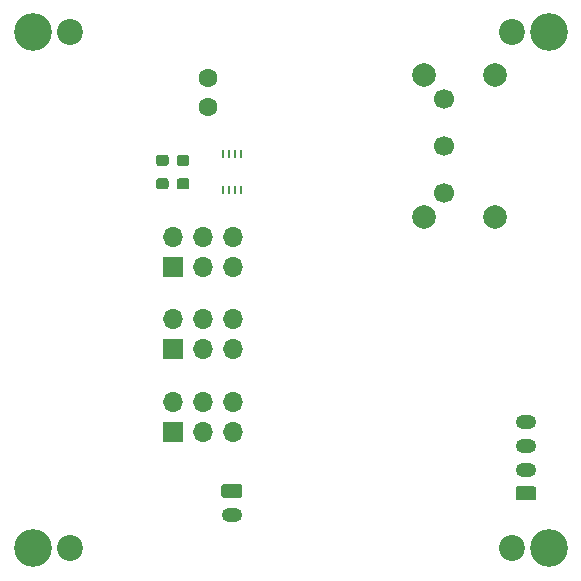
<source format=gbr>
G04 #@! TF.GenerationSoftware,KiCad,Pcbnew,5.1.5+dfsg1-2build2*
G04 #@! TF.CreationDate,2021-06-08T03:42:44+09:00*
G04 #@! TF.ProjectId,m5-pantilt,6d352d70-616e-4746-996c-742e6b696361,1*
G04 #@! TF.SameCoordinates,Original*
G04 #@! TF.FileFunction,Copper,L1,Top*
G04 #@! TF.FilePolarity,Positive*
%FSLAX46Y46*%
G04 Gerber Fmt 4.6, Leading zero omitted, Abs format (unit mm)*
G04 Created by KiCad (PCBNEW 5.1.5+dfsg1-2build2) date 2021-06-08 03:42:44*
%MOMM*%
%LPD*%
G04 APERTURE LIST*
%ADD10C,0.100000*%
%ADD11O,1.750000X1.200000*%
%ADD12R,1.700000X1.700000*%
%ADD13O,1.700000X1.700000*%
%ADD14C,1.600000*%
%ADD15C,1.700000*%
%ADD16C,2.000000*%
%ADD17R,0.254000X0.800100*%
%ADD18C,2.200000*%
%ADD19C,3.200000*%
G04 APERTURE END LIST*
G04 #@! TA.AperFunction,ComponentPad*
D10*
G36*
X145549505Y-91601204D02*
G01*
X145573773Y-91604804D01*
X145597572Y-91610765D01*
X145620671Y-91619030D01*
X145642850Y-91629520D01*
X145663893Y-91642132D01*
X145683599Y-91656747D01*
X145701777Y-91673223D01*
X145718253Y-91691401D01*
X145732868Y-91711107D01*
X145745480Y-91732150D01*
X145755970Y-91754329D01*
X145764235Y-91777428D01*
X145770196Y-91801227D01*
X145773796Y-91825495D01*
X145775000Y-91849999D01*
X145775000Y-92550001D01*
X145773796Y-92574505D01*
X145770196Y-92598773D01*
X145764235Y-92622572D01*
X145755970Y-92645671D01*
X145745480Y-92667850D01*
X145732868Y-92688893D01*
X145718253Y-92708599D01*
X145701777Y-92726777D01*
X145683599Y-92743253D01*
X145663893Y-92757868D01*
X145642850Y-92770480D01*
X145620671Y-92780970D01*
X145597572Y-92789235D01*
X145573773Y-92795196D01*
X145549505Y-92798796D01*
X145525001Y-92800000D01*
X144274999Y-92800000D01*
X144250495Y-92798796D01*
X144226227Y-92795196D01*
X144202428Y-92789235D01*
X144179329Y-92780970D01*
X144157150Y-92770480D01*
X144136107Y-92757868D01*
X144116401Y-92743253D01*
X144098223Y-92726777D01*
X144081747Y-92708599D01*
X144067132Y-92688893D01*
X144054520Y-92667850D01*
X144044030Y-92645671D01*
X144035765Y-92622572D01*
X144029804Y-92598773D01*
X144026204Y-92574505D01*
X144025000Y-92550001D01*
X144025000Y-91849999D01*
X144026204Y-91825495D01*
X144029804Y-91801227D01*
X144035765Y-91777428D01*
X144044030Y-91754329D01*
X144054520Y-91732150D01*
X144067132Y-91711107D01*
X144081747Y-91691401D01*
X144098223Y-91673223D01*
X144116401Y-91656747D01*
X144136107Y-91642132D01*
X144157150Y-91629520D01*
X144179329Y-91619030D01*
X144202428Y-91610765D01*
X144226227Y-91604804D01*
X144250495Y-91601204D01*
X144274999Y-91600000D01*
X145525001Y-91600000D01*
X145549505Y-91601204D01*
G37*
G04 #@! TD.AperFunction*
D11*
X144900000Y-90200000D03*
X144900000Y-88200000D03*
X144900000Y-86200000D03*
D12*
X115000000Y-80000000D03*
D13*
X115000000Y-77460000D03*
X117540000Y-80000000D03*
X117540000Y-77460000D03*
X120080000Y-80000000D03*
X120080000Y-77460000D03*
G04 #@! TA.AperFunction,SMDPad,CuDef*
D10*
G36*
X116185779Y-65526144D02*
G01*
X116208834Y-65529563D01*
X116231443Y-65535227D01*
X116253387Y-65543079D01*
X116274457Y-65553044D01*
X116294448Y-65565026D01*
X116313168Y-65578910D01*
X116330438Y-65594562D01*
X116346090Y-65611832D01*
X116359974Y-65630552D01*
X116371956Y-65650543D01*
X116381921Y-65671613D01*
X116389773Y-65693557D01*
X116395437Y-65716166D01*
X116398856Y-65739221D01*
X116400000Y-65762500D01*
X116400000Y-66237500D01*
X116398856Y-66260779D01*
X116395437Y-66283834D01*
X116389773Y-66306443D01*
X116381921Y-66328387D01*
X116371956Y-66349457D01*
X116359974Y-66369448D01*
X116346090Y-66388168D01*
X116330438Y-66405438D01*
X116313168Y-66421090D01*
X116294448Y-66434974D01*
X116274457Y-66446956D01*
X116253387Y-66456921D01*
X116231443Y-66464773D01*
X116208834Y-66470437D01*
X116185779Y-66473856D01*
X116162500Y-66475000D01*
X115587500Y-66475000D01*
X115564221Y-66473856D01*
X115541166Y-66470437D01*
X115518557Y-66464773D01*
X115496613Y-66456921D01*
X115475543Y-66446956D01*
X115455552Y-66434974D01*
X115436832Y-66421090D01*
X115419562Y-66405438D01*
X115403910Y-66388168D01*
X115390026Y-66369448D01*
X115378044Y-66349457D01*
X115368079Y-66328387D01*
X115360227Y-66306443D01*
X115354563Y-66283834D01*
X115351144Y-66260779D01*
X115350000Y-66237500D01*
X115350000Y-65762500D01*
X115351144Y-65739221D01*
X115354563Y-65716166D01*
X115360227Y-65693557D01*
X115368079Y-65671613D01*
X115378044Y-65650543D01*
X115390026Y-65630552D01*
X115403910Y-65611832D01*
X115419562Y-65594562D01*
X115436832Y-65578910D01*
X115455552Y-65565026D01*
X115475543Y-65553044D01*
X115496613Y-65543079D01*
X115518557Y-65535227D01*
X115541166Y-65529563D01*
X115564221Y-65526144D01*
X115587500Y-65525000D01*
X116162500Y-65525000D01*
X116185779Y-65526144D01*
G37*
G04 #@! TD.AperFunction*
G04 #@! TA.AperFunction,SMDPad,CuDef*
G36*
X114435779Y-65526144D02*
G01*
X114458834Y-65529563D01*
X114481443Y-65535227D01*
X114503387Y-65543079D01*
X114524457Y-65553044D01*
X114544448Y-65565026D01*
X114563168Y-65578910D01*
X114580438Y-65594562D01*
X114596090Y-65611832D01*
X114609974Y-65630552D01*
X114621956Y-65650543D01*
X114631921Y-65671613D01*
X114639773Y-65693557D01*
X114645437Y-65716166D01*
X114648856Y-65739221D01*
X114650000Y-65762500D01*
X114650000Y-66237500D01*
X114648856Y-66260779D01*
X114645437Y-66283834D01*
X114639773Y-66306443D01*
X114631921Y-66328387D01*
X114621956Y-66349457D01*
X114609974Y-66369448D01*
X114596090Y-66388168D01*
X114580438Y-66405438D01*
X114563168Y-66421090D01*
X114544448Y-66434974D01*
X114524457Y-66446956D01*
X114503387Y-66456921D01*
X114481443Y-66464773D01*
X114458834Y-66470437D01*
X114435779Y-66473856D01*
X114412500Y-66475000D01*
X113837500Y-66475000D01*
X113814221Y-66473856D01*
X113791166Y-66470437D01*
X113768557Y-66464773D01*
X113746613Y-66456921D01*
X113725543Y-66446956D01*
X113705552Y-66434974D01*
X113686832Y-66421090D01*
X113669562Y-66405438D01*
X113653910Y-66388168D01*
X113640026Y-66369448D01*
X113628044Y-66349457D01*
X113618079Y-66328387D01*
X113610227Y-66306443D01*
X113604563Y-66283834D01*
X113601144Y-66260779D01*
X113600000Y-66237500D01*
X113600000Y-65762500D01*
X113601144Y-65739221D01*
X113604563Y-65716166D01*
X113610227Y-65693557D01*
X113618079Y-65671613D01*
X113628044Y-65650543D01*
X113640026Y-65630552D01*
X113653910Y-65611832D01*
X113669562Y-65594562D01*
X113686832Y-65578910D01*
X113705552Y-65565026D01*
X113725543Y-65553044D01*
X113746613Y-65543079D01*
X113768557Y-65535227D01*
X113791166Y-65529563D01*
X113814221Y-65526144D01*
X113837500Y-65525000D01*
X114412500Y-65525000D01*
X114435779Y-65526144D01*
G37*
G04 #@! TD.AperFunction*
G04 #@! TA.AperFunction,SMDPad,CuDef*
G36*
X114435779Y-63526144D02*
G01*
X114458834Y-63529563D01*
X114481443Y-63535227D01*
X114503387Y-63543079D01*
X114524457Y-63553044D01*
X114544448Y-63565026D01*
X114563168Y-63578910D01*
X114580438Y-63594562D01*
X114596090Y-63611832D01*
X114609974Y-63630552D01*
X114621956Y-63650543D01*
X114631921Y-63671613D01*
X114639773Y-63693557D01*
X114645437Y-63716166D01*
X114648856Y-63739221D01*
X114650000Y-63762500D01*
X114650000Y-64237500D01*
X114648856Y-64260779D01*
X114645437Y-64283834D01*
X114639773Y-64306443D01*
X114631921Y-64328387D01*
X114621956Y-64349457D01*
X114609974Y-64369448D01*
X114596090Y-64388168D01*
X114580438Y-64405438D01*
X114563168Y-64421090D01*
X114544448Y-64434974D01*
X114524457Y-64446956D01*
X114503387Y-64456921D01*
X114481443Y-64464773D01*
X114458834Y-64470437D01*
X114435779Y-64473856D01*
X114412500Y-64475000D01*
X113837500Y-64475000D01*
X113814221Y-64473856D01*
X113791166Y-64470437D01*
X113768557Y-64464773D01*
X113746613Y-64456921D01*
X113725543Y-64446956D01*
X113705552Y-64434974D01*
X113686832Y-64421090D01*
X113669562Y-64405438D01*
X113653910Y-64388168D01*
X113640026Y-64369448D01*
X113628044Y-64349457D01*
X113618079Y-64328387D01*
X113610227Y-64306443D01*
X113604563Y-64283834D01*
X113601144Y-64260779D01*
X113600000Y-64237500D01*
X113600000Y-63762500D01*
X113601144Y-63739221D01*
X113604563Y-63716166D01*
X113610227Y-63693557D01*
X113618079Y-63671613D01*
X113628044Y-63650543D01*
X113640026Y-63630552D01*
X113653910Y-63611832D01*
X113669562Y-63594562D01*
X113686832Y-63578910D01*
X113705552Y-63565026D01*
X113725543Y-63553044D01*
X113746613Y-63543079D01*
X113768557Y-63535227D01*
X113791166Y-63529563D01*
X113814221Y-63526144D01*
X113837500Y-63525000D01*
X114412500Y-63525000D01*
X114435779Y-63526144D01*
G37*
G04 #@! TD.AperFunction*
G04 #@! TA.AperFunction,SMDPad,CuDef*
G36*
X116185779Y-63526144D02*
G01*
X116208834Y-63529563D01*
X116231443Y-63535227D01*
X116253387Y-63543079D01*
X116274457Y-63553044D01*
X116294448Y-63565026D01*
X116313168Y-63578910D01*
X116330438Y-63594562D01*
X116346090Y-63611832D01*
X116359974Y-63630552D01*
X116371956Y-63650543D01*
X116381921Y-63671613D01*
X116389773Y-63693557D01*
X116395437Y-63716166D01*
X116398856Y-63739221D01*
X116400000Y-63762500D01*
X116400000Y-64237500D01*
X116398856Y-64260779D01*
X116395437Y-64283834D01*
X116389773Y-64306443D01*
X116381921Y-64328387D01*
X116371956Y-64349457D01*
X116359974Y-64369448D01*
X116346090Y-64388168D01*
X116330438Y-64405438D01*
X116313168Y-64421090D01*
X116294448Y-64434974D01*
X116274457Y-64446956D01*
X116253387Y-64456921D01*
X116231443Y-64464773D01*
X116208834Y-64470437D01*
X116185779Y-64473856D01*
X116162500Y-64475000D01*
X115587500Y-64475000D01*
X115564221Y-64473856D01*
X115541166Y-64470437D01*
X115518557Y-64464773D01*
X115496613Y-64456921D01*
X115475543Y-64446956D01*
X115455552Y-64434974D01*
X115436832Y-64421090D01*
X115419562Y-64405438D01*
X115403910Y-64388168D01*
X115390026Y-64369448D01*
X115378044Y-64349457D01*
X115368079Y-64328387D01*
X115360227Y-64306443D01*
X115354563Y-64283834D01*
X115351144Y-64260779D01*
X115350000Y-64237500D01*
X115350000Y-63762500D01*
X115351144Y-63739221D01*
X115354563Y-63716166D01*
X115360227Y-63693557D01*
X115368079Y-63671613D01*
X115378044Y-63650543D01*
X115390026Y-63630552D01*
X115403910Y-63611832D01*
X115419562Y-63594562D01*
X115436832Y-63578910D01*
X115455552Y-63565026D01*
X115475543Y-63553044D01*
X115496613Y-63543079D01*
X115518557Y-63535227D01*
X115541166Y-63529563D01*
X115564221Y-63526144D01*
X115587500Y-63525000D01*
X116162500Y-63525000D01*
X116185779Y-63526144D01*
G37*
G04 #@! TD.AperFunction*
D14*
X118000000Y-57000000D03*
X118000000Y-59500000D03*
D11*
X120000000Y-94000000D03*
G04 #@! TA.AperFunction,ComponentPad*
D10*
G36*
X120649505Y-91401204D02*
G01*
X120673773Y-91404804D01*
X120697572Y-91410765D01*
X120720671Y-91419030D01*
X120742850Y-91429520D01*
X120763893Y-91442132D01*
X120783599Y-91456747D01*
X120801777Y-91473223D01*
X120818253Y-91491401D01*
X120832868Y-91511107D01*
X120845480Y-91532150D01*
X120855970Y-91554329D01*
X120864235Y-91577428D01*
X120870196Y-91601227D01*
X120873796Y-91625495D01*
X120875000Y-91649999D01*
X120875000Y-92350001D01*
X120873796Y-92374505D01*
X120870196Y-92398773D01*
X120864235Y-92422572D01*
X120855970Y-92445671D01*
X120845480Y-92467850D01*
X120832868Y-92488893D01*
X120818253Y-92508599D01*
X120801777Y-92526777D01*
X120783599Y-92543253D01*
X120763893Y-92557868D01*
X120742850Y-92570480D01*
X120720671Y-92580970D01*
X120697572Y-92589235D01*
X120673773Y-92595196D01*
X120649505Y-92598796D01*
X120625001Y-92600000D01*
X119374999Y-92600000D01*
X119350495Y-92598796D01*
X119326227Y-92595196D01*
X119302428Y-92589235D01*
X119279329Y-92580970D01*
X119257150Y-92570480D01*
X119236107Y-92557868D01*
X119216401Y-92543253D01*
X119198223Y-92526777D01*
X119181747Y-92508599D01*
X119167132Y-92488893D01*
X119154520Y-92467850D01*
X119144030Y-92445671D01*
X119135765Y-92422572D01*
X119129804Y-92398773D01*
X119126204Y-92374505D01*
X119125000Y-92350001D01*
X119125000Y-91649999D01*
X119126204Y-91625495D01*
X119129804Y-91601227D01*
X119135765Y-91577428D01*
X119144030Y-91554329D01*
X119154520Y-91532150D01*
X119167132Y-91511107D01*
X119181747Y-91491401D01*
X119198223Y-91473223D01*
X119216401Y-91456747D01*
X119236107Y-91442132D01*
X119257150Y-91429520D01*
X119279329Y-91419030D01*
X119302428Y-91410765D01*
X119326227Y-91404804D01*
X119350495Y-91401204D01*
X119374999Y-91400000D01*
X120625001Y-91400000D01*
X120649505Y-91401204D01*
G37*
G04 #@! TD.AperFunction*
D12*
X115000000Y-73000000D03*
D13*
X115000000Y-70460000D03*
X117540000Y-73000000D03*
X117540000Y-70460000D03*
X120080000Y-73000000D03*
X120080000Y-70460000D03*
D15*
X138000000Y-58800000D03*
X138000000Y-62800000D03*
X138000000Y-66800000D03*
D16*
X142250000Y-68800000D03*
X142250000Y-56800000D03*
X136250000Y-56800000D03*
X136250000Y-68800000D03*
D13*
X120080000Y-84460000D03*
X120080000Y-87000000D03*
X117540000Y-84460000D03*
X117540000Y-87000000D03*
X115000000Y-84460000D03*
D12*
X115000000Y-87000000D03*
D17*
X120750001Y-63444250D03*
X120250000Y-63444250D03*
X119750000Y-63444250D03*
X119249999Y-63444250D03*
X119249999Y-66555750D03*
X119750000Y-66555750D03*
X120250000Y-66555750D03*
X120750001Y-66555750D03*
D18*
X106300000Y-53150000D03*
D19*
X103150000Y-53150000D03*
X146850000Y-96850000D03*
D18*
X143700000Y-96850000D03*
D19*
X146850000Y-53150000D03*
D18*
X143700000Y-53150000D03*
X106300000Y-96850000D03*
D19*
X103150000Y-96850000D03*
M02*

</source>
